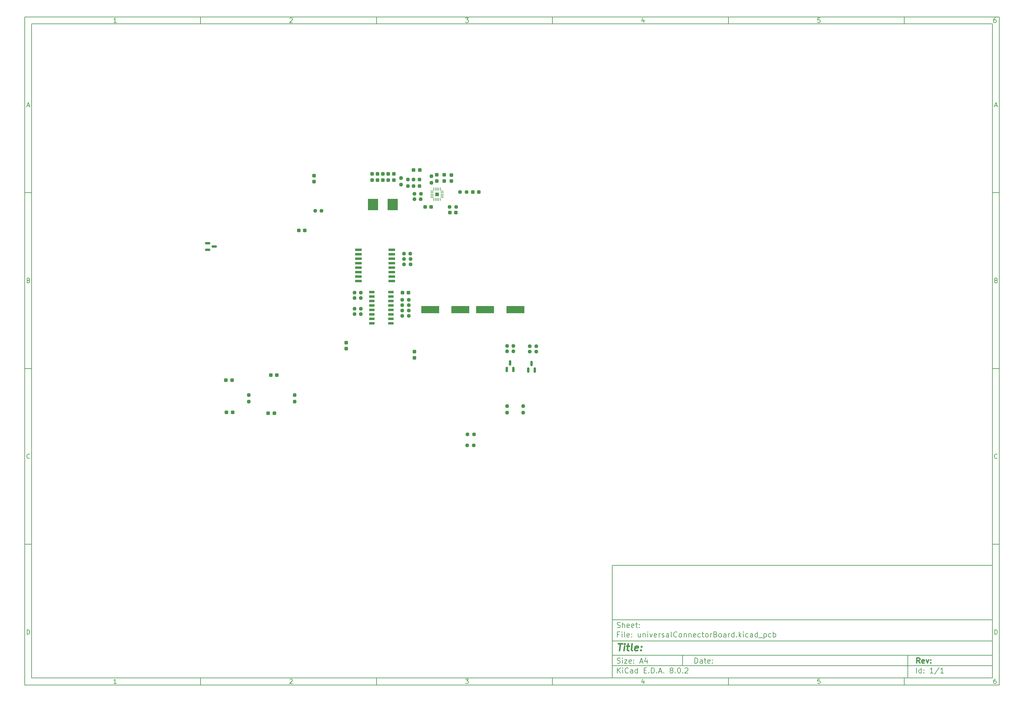
<source format=gtp>
G04 #@! TF.GenerationSoftware,KiCad,Pcbnew,8.0.2*
G04 #@! TF.CreationDate,2024-05-29T13:55:41+02:00*
G04 #@! TF.ProjectId,universalConnectorBoard,756e6976-6572-4736-916c-436f6e6e6563,rev?*
G04 #@! TF.SameCoordinates,Original*
G04 #@! TF.FileFunction,Paste,Top*
G04 #@! TF.FilePolarity,Positive*
%FSLAX46Y46*%
G04 Gerber Fmt 4.6, Leading zero omitted, Abs format (unit mm)*
G04 Created by KiCad (PCBNEW 8.0.2) date 2024-05-29 13:55:41*
%MOMM*%
%LPD*%
G01*
G04 APERTURE LIST*
G04 Aperture macros list*
%AMRoundRect*
0 Rectangle with rounded corners*
0 $1 Rounding radius*
0 $2 $3 $4 $5 $6 $7 $8 $9 X,Y pos of 4 corners*
0 Add a 4 corners polygon primitive as box body*
4,1,4,$2,$3,$4,$5,$6,$7,$8,$9,$2,$3,0*
0 Add four circle primitives for the rounded corners*
1,1,$1+$1,$2,$3*
1,1,$1+$1,$4,$5*
1,1,$1+$1,$6,$7*
1,1,$1+$1,$8,$9*
0 Add four rect primitives between the rounded corners*
20,1,$1+$1,$2,$3,$4,$5,0*
20,1,$1+$1,$4,$5,$6,$7,0*
20,1,$1+$1,$6,$7,$8,$9,0*
20,1,$1+$1,$8,$9,$2,$3,0*%
%AMOutline5P*
0 Free polygon, 5 corners , with rotation*
0 The origin of the aperture is its center*
0 number of corners: always 5*
0 $1 to $10 corner X, Y*
0 $11 Rotation angle, in degrees counterclockwise*
0 create outline with 5 corners*
4,1,5,$1,$2,$3,$4,$5,$6,$7,$8,$9,$10,$1,$2,$11*%
%AMOutline6P*
0 Free polygon, 6 corners , with rotation*
0 The origin of the aperture is its center*
0 number of corners: always 6*
0 $1 to $12 corner X, Y*
0 $13 Rotation angle, in degrees counterclockwise*
0 create outline with 6 corners*
4,1,6,$1,$2,$3,$4,$5,$6,$7,$8,$9,$10,$11,$12,$1,$2,$13*%
%AMOutline7P*
0 Free polygon, 7 corners , with rotation*
0 The origin of the aperture is its center*
0 number of corners: always 7*
0 $1 to $14 corner X, Y*
0 $15 Rotation angle, in degrees counterclockwise*
0 create outline with 7 corners*
4,1,7,$1,$2,$3,$4,$5,$6,$7,$8,$9,$10,$11,$12,$13,$14,$1,$2,$15*%
%AMOutline8P*
0 Free polygon, 8 corners , with rotation*
0 The origin of the aperture is its center*
0 number of corners: always 8*
0 $1 to $16 corner X, Y*
0 $17 Rotation angle, in degrees counterclockwise*
0 create outline with 8 corners*
4,1,8,$1,$2,$3,$4,$5,$6,$7,$8,$9,$10,$11,$12,$13,$14,$15,$16,$1,$2,$17*%
G04 Aperture macros list end*
%ADD10C,0.100000*%
%ADD11C,0.150000*%
%ADD12C,0.300000*%
%ADD13C,0.400000*%
%ADD14RoundRect,0.237500X-0.237500X0.300000X-0.237500X-0.300000X0.237500X-0.300000X0.237500X0.300000X0*%
%ADD15RoundRect,0.237500X0.237500X-0.300000X0.237500X0.300000X-0.237500X0.300000X-0.237500X-0.300000X0*%
%ADD16RoundRect,0.237500X0.237500X-0.250000X0.237500X0.250000X-0.237500X0.250000X-0.237500X-0.250000X0*%
%ADD17RoundRect,0.237500X-0.250000X-0.237500X0.250000X-0.237500X0.250000X0.237500X-0.250000X0.237500X0*%
%ADD18R,5.100000X2.150000*%
%ADD19R,2.900000X3.200000*%
%ADD20RoundRect,0.237500X0.300000X0.237500X-0.300000X0.237500X-0.300000X-0.237500X0.300000X-0.237500X0*%
%ADD21RoundRect,0.237500X0.250000X0.237500X-0.250000X0.237500X-0.250000X-0.237500X0.250000X-0.237500X0*%
%ADD22RoundRect,0.237500X-0.300000X-0.237500X0.300000X-0.237500X0.300000X0.237500X-0.300000X0.237500X0*%
%ADD23R,1.525000X0.650000*%
%ADD24RoundRect,0.237500X-0.287500X-0.237500X0.287500X-0.237500X0.287500X0.237500X-0.287500X0.237500X0*%
%ADD25RoundRect,0.237500X-0.237500X0.250000X-0.237500X-0.250000X0.237500X-0.250000X0.237500X0.250000X0*%
%ADD26RoundRect,0.150000X0.150000X-0.587500X0.150000X0.587500X-0.150000X0.587500X-0.150000X-0.587500X0*%
%ADD27RoundRect,0.150000X-0.587500X-0.150000X0.587500X-0.150000X0.587500X0.150000X-0.587500X0.150000X0*%
%ADD28R,1.950000X0.650000*%
%ADD29Outline5P,-0.125000X0.425000X0.125000X0.425000X0.125000X-0.312500X0.012500X-0.425000X-0.125000X-0.425000X270.000000*%
%ADD30R,0.850000X0.250000*%
%ADD31Outline5P,-0.125000X0.425000X0.125000X0.425000X0.125000X-0.425000X-0.012500X-0.425000X-0.125000X-0.312500X270.000000*%
%ADD32Outline5P,-0.125000X0.312500X-0.012500X0.425000X0.125000X0.425000X0.125000X-0.425000X-0.125000X-0.425000X180.000000*%
%ADD33R,0.250000X0.850000*%
%ADD34Outline5P,-0.125000X0.425000X0.012500X0.425000X0.125000X0.312500X0.125000X-0.425000X-0.125000X-0.425000X180.000000*%
%ADD35Outline5P,-0.125000X0.312500X-0.012500X0.425000X0.125000X0.425000X0.125000X-0.425000X-0.125000X-0.425000X270.000000*%
%ADD36Outline5P,-0.125000X0.425000X0.012500X0.425000X0.125000X0.312500X0.125000X-0.425000X-0.125000X-0.425000X270.000000*%
%ADD37Outline5P,-0.125000X0.425000X0.125000X0.425000X0.125000X-0.312500X0.012500X-0.425000X-0.125000X-0.425000X180.000000*%
%ADD38Outline5P,-0.100000X0.300000X0.100000X0.300000X0.100000X-0.300000X-0.010000X-0.300000X-0.100000X-0.210000X180.000000*%
%ADD39R,1.026000X1.075000*%
G04 APERTURE END LIST*
D10*
D11*
X177002200Y-166007200D02*
X285002200Y-166007200D01*
X285002200Y-198007200D01*
X177002200Y-198007200D01*
X177002200Y-166007200D01*
D10*
D11*
X10000000Y-10000000D02*
X287002200Y-10000000D01*
X287002200Y-200007200D01*
X10000000Y-200007200D01*
X10000000Y-10000000D01*
D10*
D11*
X12000000Y-12000000D02*
X285002200Y-12000000D01*
X285002200Y-198007200D01*
X12000000Y-198007200D01*
X12000000Y-12000000D01*
D10*
D11*
X60000000Y-12000000D02*
X60000000Y-10000000D01*
D10*
D11*
X110000000Y-12000000D02*
X110000000Y-10000000D01*
D10*
D11*
X160000000Y-12000000D02*
X160000000Y-10000000D01*
D10*
D11*
X210000000Y-12000000D02*
X210000000Y-10000000D01*
D10*
D11*
X260000000Y-12000000D02*
X260000000Y-10000000D01*
D10*
D11*
X36089160Y-11593604D02*
X35346303Y-11593604D01*
X35717731Y-11593604D02*
X35717731Y-10293604D01*
X35717731Y-10293604D02*
X35593922Y-10479319D01*
X35593922Y-10479319D02*
X35470112Y-10603128D01*
X35470112Y-10603128D02*
X35346303Y-10665033D01*
D10*
D11*
X85346303Y-10417414D02*
X85408207Y-10355509D01*
X85408207Y-10355509D02*
X85532017Y-10293604D01*
X85532017Y-10293604D02*
X85841541Y-10293604D01*
X85841541Y-10293604D02*
X85965350Y-10355509D01*
X85965350Y-10355509D02*
X86027255Y-10417414D01*
X86027255Y-10417414D02*
X86089160Y-10541223D01*
X86089160Y-10541223D02*
X86089160Y-10665033D01*
X86089160Y-10665033D02*
X86027255Y-10850747D01*
X86027255Y-10850747D02*
X85284398Y-11593604D01*
X85284398Y-11593604D02*
X86089160Y-11593604D01*
D10*
D11*
X135284398Y-10293604D02*
X136089160Y-10293604D01*
X136089160Y-10293604D02*
X135655826Y-10788842D01*
X135655826Y-10788842D02*
X135841541Y-10788842D01*
X135841541Y-10788842D02*
X135965350Y-10850747D01*
X135965350Y-10850747D02*
X136027255Y-10912652D01*
X136027255Y-10912652D02*
X136089160Y-11036461D01*
X136089160Y-11036461D02*
X136089160Y-11345985D01*
X136089160Y-11345985D02*
X136027255Y-11469795D01*
X136027255Y-11469795D02*
X135965350Y-11531700D01*
X135965350Y-11531700D02*
X135841541Y-11593604D01*
X135841541Y-11593604D02*
X135470112Y-11593604D01*
X135470112Y-11593604D02*
X135346303Y-11531700D01*
X135346303Y-11531700D02*
X135284398Y-11469795D01*
D10*
D11*
X185965350Y-10726938D02*
X185965350Y-11593604D01*
X185655826Y-10231700D02*
X185346303Y-11160271D01*
X185346303Y-11160271D02*
X186151064Y-11160271D01*
D10*
D11*
X236027255Y-10293604D02*
X235408207Y-10293604D01*
X235408207Y-10293604D02*
X235346303Y-10912652D01*
X235346303Y-10912652D02*
X235408207Y-10850747D01*
X235408207Y-10850747D02*
X235532017Y-10788842D01*
X235532017Y-10788842D02*
X235841541Y-10788842D01*
X235841541Y-10788842D02*
X235965350Y-10850747D01*
X235965350Y-10850747D02*
X236027255Y-10912652D01*
X236027255Y-10912652D02*
X236089160Y-11036461D01*
X236089160Y-11036461D02*
X236089160Y-11345985D01*
X236089160Y-11345985D02*
X236027255Y-11469795D01*
X236027255Y-11469795D02*
X235965350Y-11531700D01*
X235965350Y-11531700D02*
X235841541Y-11593604D01*
X235841541Y-11593604D02*
X235532017Y-11593604D01*
X235532017Y-11593604D02*
X235408207Y-11531700D01*
X235408207Y-11531700D02*
X235346303Y-11469795D01*
D10*
D11*
X285965350Y-10293604D02*
X285717731Y-10293604D01*
X285717731Y-10293604D02*
X285593922Y-10355509D01*
X285593922Y-10355509D02*
X285532017Y-10417414D01*
X285532017Y-10417414D02*
X285408207Y-10603128D01*
X285408207Y-10603128D02*
X285346303Y-10850747D01*
X285346303Y-10850747D02*
X285346303Y-11345985D01*
X285346303Y-11345985D02*
X285408207Y-11469795D01*
X285408207Y-11469795D02*
X285470112Y-11531700D01*
X285470112Y-11531700D02*
X285593922Y-11593604D01*
X285593922Y-11593604D02*
X285841541Y-11593604D01*
X285841541Y-11593604D02*
X285965350Y-11531700D01*
X285965350Y-11531700D02*
X286027255Y-11469795D01*
X286027255Y-11469795D02*
X286089160Y-11345985D01*
X286089160Y-11345985D02*
X286089160Y-11036461D01*
X286089160Y-11036461D02*
X286027255Y-10912652D01*
X286027255Y-10912652D02*
X285965350Y-10850747D01*
X285965350Y-10850747D02*
X285841541Y-10788842D01*
X285841541Y-10788842D02*
X285593922Y-10788842D01*
X285593922Y-10788842D02*
X285470112Y-10850747D01*
X285470112Y-10850747D02*
X285408207Y-10912652D01*
X285408207Y-10912652D02*
X285346303Y-11036461D01*
D10*
D11*
X60000000Y-198007200D02*
X60000000Y-200007200D01*
D10*
D11*
X110000000Y-198007200D02*
X110000000Y-200007200D01*
D10*
D11*
X160000000Y-198007200D02*
X160000000Y-200007200D01*
D10*
D11*
X210000000Y-198007200D02*
X210000000Y-200007200D01*
D10*
D11*
X260000000Y-198007200D02*
X260000000Y-200007200D01*
D10*
D11*
X36089160Y-199600804D02*
X35346303Y-199600804D01*
X35717731Y-199600804D02*
X35717731Y-198300804D01*
X35717731Y-198300804D02*
X35593922Y-198486519D01*
X35593922Y-198486519D02*
X35470112Y-198610328D01*
X35470112Y-198610328D02*
X35346303Y-198672233D01*
D10*
D11*
X85346303Y-198424614D02*
X85408207Y-198362709D01*
X85408207Y-198362709D02*
X85532017Y-198300804D01*
X85532017Y-198300804D02*
X85841541Y-198300804D01*
X85841541Y-198300804D02*
X85965350Y-198362709D01*
X85965350Y-198362709D02*
X86027255Y-198424614D01*
X86027255Y-198424614D02*
X86089160Y-198548423D01*
X86089160Y-198548423D02*
X86089160Y-198672233D01*
X86089160Y-198672233D02*
X86027255Y-198857947D01*
X86027255Y-198857947D02*
X85284398Y-199600804D01*
X85284398Y-199600804D02*
X86089160Y-199600804D01*
D10*
D11*
X135284398Y-198300804D02*
X136089160Y-198300804D01*
X136089160Y-198300804D02*
X135655826Y-198796042D01*
X135655826Y-198796042D02*
X135841541Y-198796042D01*
X135841541Y-198796042D02*
X135965350Y-198857947D01*
X135965350Y-198857947D02*
X136027255Y-198919852D01*
X136027255Y-198919852D02*
X136089160Y-199043661D01*
X136089160Y-199043661D02*
X136089160Y-199353185D01*
X136089160Y-199353185D02*
X136027255Y-199476995D01*
X136027255Y-199476995D02*
X135965350Y-199538900D01*
X135965350Y-199538900D02*
X135841541Y-199600804D01*
X135841541Y-199600804D02*
X135470112Y-199600804D01*
X135470112Y-199600804D02*
X135346303Y-199538900D01*
X135346303Y-199538900D02*
X135284398Y-199476995D01*
D10*
D11*
X185965350Y-198734138D02*
X185965350Y-199600804D01*
X185655826Y-198238900D02*
X185346303Y-199167471D01*
X185346303Y-199167471D02*
X186151064Y-199167471D01*
D10*
D11*
X236027255Y-198300804D02*
X235408207Y-198300804D01*
X235408207Y-198300804D02*
X235346303Y-198919852D01*
X235346303Y-198919852D02*
X235408207Y-198857947D01*
X235408207Y-198857947D02*
X235532017Y-198796042D01*
X235532017Y-198796042D02*
X235841541Y-198796042D01*
X235841541Y-198796042D02*
X235965350Y-198857947D01*
X235965350Y-198857947D02*
X236027255Y-198919852D01*
X236027255Y-198919852D02*
X236089160Y-199043661D01*
X236089160Y-199043661D02*
X236089160Y-199353185D01*
X236089160Y-199353185D02*
X236027255Y-199476995D01*
X236027255Y-199476995D02*
X235965350Y-199538900D01*
X235965350Y-199538900D02*
X235841541Y-199600804D01*
X235841541Y-199600804D02*
X235532017Y-199600804D01*
X235532017Y-199600804D02*
X235408207Y-199538900D01*
X235408207Y-199538900D02*
X235346303Y-199476995D01*
D10*
D11*
X285965350Y-198300804D02*
X285717731Y-198300804D01*
X285717731Y-198300804D02*
X285593922Y-198362709D01*
X285593922Y-198362709D02*
X285532017Y-198424614D01*
X285532017Y-198424614D02*
X285408207Y-198610328D01*
X285408207Y-198610328D02*
X285346303Y-198857947D01*
X285346303Y-198857947D02*
X285346303Y-199353185D01*
X285346303Y-199353185D02*
X285408207Y-199476995D01*
X285408207Y-199476995D02*
X285470112Y-199538900D01*
X285470112Y-199538900D02*
X285593922Y-199600804D01*
X285593922Y-199600804D02*
X285841541Y-199600804D01*
X285841541Y-199600804D02*
X285965350Y-199538900D01*
X285965350Y-199538900D02*
X286027255Y-199476995D01*
X286027255Y-199476995D02*
X286089160Y-199353185D01*
X286089160Y-199353185D02*
X286089160Y-199043661D01*
X286089160Y-199043661D02*
X286027255Y-198919852D01*
X286027255Y-198919852D02*
X285965350Y-198857947D01*
X285965350Y-198857947D02*
X285841541Y-198796042D01*
X285841541Y-198796042D02*
X285593922Y-198796042D01*
X285593922Y-198796042D02*
X285470112Y-198857947D01*
X285470112Y-198857947D02*
X285408207Y-198919852D01*
X285408207Y-198919852D02*
X285346303Y-199043661D01*
D10*
D11*
X10000000Y-60000000D02*
X12000000Y-60000000D01*
D10*
D11*
X10000000Y-110000000D02*
X12000000Y-110000000D01*
D10*
D11*
X10000000Y-160000000D02*
X12000000Y-160000000D01*
D10*
D11*
X10690476Y-35222176D02*
X11309523Y-35222176D01*
X10566666Y-35593604D02*
X10999999Y-34293604D01*
X10999999Y-34293604D02*
X11433333Y-35593604D01*
D10*
D11*
X11092857Y-84912652D02*
X11278571Y-84974557D01*
X11278571Y-84974557D02*
X11340476Y-85036461D01*
X11340476Y-85036461D02*
X11402380Y-85160271D01*
X11402380Y-85160271D02*
X11402380Y-85345985D01*
X11402380Y-85345985D02*
X11340476Y-85469795D01*
X11340476Y-85469795D02*
X11278571Y-85531700D01*
X11278571Y-85531700D02*
X11154761Y-85593604D01*
X11154761Y-85593604D02*
X10659523Y-85593604D01*
X10659523Y-85593604D02*
X10659523Y-84293604D01*
X10659523Y-84293604D02*
X11092857Y-84293604D01*
X11092857Y-84293604D02*
X11216666Y-84355509D01*
X11216666Y-84355509D02*
X11278571Y-84417414D01*
X11278571Y-84417414D02*
X11340476Y-84541223D01*
X11340476Y-84541223D02*
X11340476Y-84665033D01*
X11340476Y-84665033D02*
X11278571Y-84788842D01*
X11278571Y-84788842D02*
X11216666Y-84850747D01*
X11216666Y-84850747D02*
X11092857Y-84912652D01*
X11092857Y-84912652D02*
X10659523Y-84912652D01*
D10*
D11*
X11402380Y-135469795D02*
X11340476Y-135531700D01*
X11340476Y-135531700D02*
X11154761Y-135593604D01*
X11154761Y-135593604D02*
X11030952Y-135593604D01*
X11030952Y-135593604D02*
X10845238Y-135531700D01*
X10845238Y-135531700D02*
X10721428Y-135407890D01*
X10721428Y-135407890D02*
X10659523Y-135284080D01*
X10659523Y-135284080D02*
X10597619Y-135036461D01*
X10597619Y-135036461D02*
X10597619Y-134850747D01*
X10597619Y-134850747D02*
X10659523Y-134603128D01*
X10659523Y-134603128D02*
X10721428Y-134479319D01*
X10721428Y-134479319D02*
X10845238Y-134355509D01*
X10845238Y-134355509D02*
X11030952Y-134293604D01*
X11030952Y-134293604D02*
X11154761Y-134293604D01*
X11154761Y-134293604D02*
X11340476Y-134355509D01*
X11340476Y-134355509D02*
X11402380Y-134417414D01*
D10*
D11*
X10659523Y-185593604D02*
X10659523Y-184293604D01*
X10659523Y-184293604D02*
X10969047Y-184293604D01*
X10969047Y-184293604D02*
X11154761Y-184355509D01*
X11154761Y-184355509D02*
X11278571Y-184479319D01*
X11278571Y-184479319D02*
X11340476Y-184603128D01*
X11340476Y-184603128D02*
X11402380Y-184850747D01*
X11402380Y-184850747D02*
X11402380Y-185036461D01*
X11402380Y-185036461D02*
X11340476Y-185284080D01*
X11340476Y-185284080D02*
X11278571Y-185407890D01*
X11278571Y-185407890D02*
X11154761Y-185531700D01*
X11154761Y-185531700D02*
X10969047Y-185593604D01*
X10969047Y-185593604D02*
X10659523Y-185593604D01*
D10*
D11*
X287002200Y-60000000D02*
X285002200Y-60000000D01*
D10*
D11*
X287002200Y-110000000D02*
X285002200Y-110000000D01*
D10*
D11*
X287002200Y-160000000D02*
X285002200Y-160000000D01*
D10*
D11*
X285692676Y-35222176D02*
X286311723Y-35222176D01*
X285568866Y-35593604D02*
X286002199Y-34293604D01*
X286002199Y-34293604D02*
X286435533Y-35593604D01*
D10*
D11*
X286095057Y-84912652D02*
X286280771Y-84974557D01*
X286280771Y-84974557D02*
X286342676Y-85036461D01*
X286342676Y-85036461D02*
X286404580Y-85160271D01*
X286404580Y-85160271D02*
X286404580Y-85345985D01*
X286404580Y-85345985D02*
X286342676Y-85469795D01*
X286342676Y-85469795D02*
X286280771Y-85531700D01*
X286280771Y-85531700D02*
X286156961Y-85593604D01*
X286156961Y-85593604D02*
X285661723Y-85593604D01*
X285661723Y-85593604D02*
X285661723Y-84293604D01*
X285661723Y-84293604D02*
X286095057Y-84293604D01*
X286095057Y-84293604D02*
X286218866Y-84355509D01*
X286218866Y-84355509D02*
X286280771Y-84417414D01*
X286280771Y-84417414D02*
X286342676Y-84541223D01*
X286342676Y-84541223D02*
X286342676Y-84665033D01*
X286342676Y-84665033D02*
X286280771Y-84788842D01*
X286280771Y-84788842D02*
X286218866Y-84850747D01*
X286218866Y-84850747D02*
X286095057Y-84912652D01*
X286095057Y-84912652D02*
X285661723Y-84912652D01*
D10*
D11*
X286404580Y-135469795D02*
X286342676Y-135531700D01*
X286342676Y-135531700D02*
X286156961Y-135593604D01*
X286156961Y-135593604D02*
X286033152Y-135593604D01*
X286033152Y-135593604D02*
X285847438Y-135531700D01*
X285847438Y-135531700D02*
X285723628Y-135407890D01*
X285723628Y-135407890D02*
X285661723Y-135284080D01*
X285661723Y-135284080D02*
X285599819Y-135036461D01*
X285599819Y-135036461D02*
X285599819Y-134850747D01*
X285599819Y-134850747D02*
X285661723Y-134603128D01*
X285661723Y-134603128D02*
X285723628Y-134479319D01*
X285723628Y-134479319D02*
X285847438Y-134355509D01*
X285847438Y-134355509D02*
X286033152Y-134293604D01*
X286033152Y-134293604D02*
X286156961Y-134293604D01*
X286156961Y-134293604D02*
X286342676Y-134355509D01*
X286342676Y-134355509D02*
X286404580Y-134417414D01*
D10*
D11*
X285661723Y-185593604D02*
X285661723Y-184293604D01*
X285661723Y-184293604D02*
X285971247Y-184293604D01*
X285971247Y-184293604D02*
X286156961Y-184355509D01*
X286156961Y-184355509D02*
X286280771Y-184479319D01*
X286280771Y-184479319D02*
X286342676Y-184603128D01*
X286342676Y-184603128D02*
X286404580Y-184850747D01*
X286404580Y-184850747D02*
X286404580Y-185036461D01*
X286404580Y-185036461D02*
X286342676Y-185284080D01*
X286342676Y-185284080D02*
X286280771Y-185407890D01*
X286280771Y-185407890D02*
X286156961Y-185531700D01*
X286156961Y-185531700D02*
X285971247Y-185593604D01*
X285971247Y-185593604D02*
X285661723Y-185593604D01*
D10*
D11*
X200458026Y-193793328D02*
X200458026Y-192293328D01*
X200458026Y-192293328D02*
X200815169Y-192293328D01*
X200815169Y-192293328D02*
X201029455Y-192364757D01*
X201029455Y-192364757D02*
X201172312Y-192507614D01*
X201172312Y-192507614D02*
X201243741Y-192650471D01*
X201243741Y-192650471D02*
X201315169Y-192936185D01*
X201315169Y-192936185D02*
X201315169Y-193150471D01*
X201315169Y-193150471D02*
X201243741Y-193436185D01*
X201243741Y-193436185D02*
X201172312Y-193579042D01*
X201172312Y-193579042D02*
X201029455Y-193721900D01*
X201029455Y-193721900D02*
X200815169Y-193793328D01*
X200815169Y-193793328D02*
X200458026Y-193793328D01*
X202600884Y-193793328D02*
X202600884Y-193007614D01*
X202600884Y-193007614D02*
X202529455Y-192864757D01*
X202529455Y-192864757D02*
X202386598Y-192793328D01*
X202386598Y-192793328D02*
X202100884Y-192793328D01*
X202100884Y-192793328D02*
X201958026Y-192864757D01*
X202600884Y-193721900D02*
X202458026Y-193793328D01*
X202458026Y-193793328D02*
X202100884Y-193793328D01*
X202100884Y-193793328D02*
X201958026Y-193721900D01*
X201958026Y-193721900D02*
X201886598Y-193579042D01*
X201886598Y-193579042D02*
X201886598Y-193436185D01*
X201886598Y-193436185D02*
X201958026Y-193293328D01*
X201958026Y-193293328D02*
X202100884Y-193221900D01*
X202100884Y-193221900D02*
X202458026Y-193221900D01*
X202458026Y-193221900D02*
X202600884Y-193150471D01*
X203100884Y-192793328D02*
X203672312Y-192793328D01*
X203315169Y-192293328D02*
X203315169Y-193579042D01*
X203315169Y-193579042D02*
X203386598Y-193721900D01*
X203386598Y-193721900D02*
X203529455Y-193793328D01*
X203529455Y-193793328D02*
X203672312Y-193793328D01*
X204743741Y-193721900D02*
X204600884Y-193793328D01*
X204600884Y-193793328D02*
X204315170Y-193793328D01*
X204315170Y-193793328D02*
X204172312Y-193721900D01*
X204172312Y-193721900D02*
X204100884Y-193579042D01*
X204100884Y-193579042D02*
X204100884Y-193007614D01*
X204100884Y-193007614D02*
X204172312Y-192864757D01*
X204172312Y-192864757D02*
X204315170Y-192793328D01*
X204315170Y-192793328D02*
X204600884Y-192793328D01*
X204600884Y-192793328D02*
X204743741Y-192864757D01*
X204743741Y-192864757D02*
X204815170Y-193007614D01*
X204815170Y-193007614D02*
X204815170Y-193150471D01*
X204815170Y-193150471D02*
X204100884Y-193293328D01*
X205458026Y-193650471D02*
X205529455Y-193721900D01*
X205529455Y-193721900D02*
X205458026Y-193793328D01*
X205458026Y-193793328D02*
X205386598Y-193721900D01*
X205386598Y-193721900D02*
X205458026Y-193650471D01*
X205458026Y-193650471D02*
X205458026Y-193793328D01*
X205458026Y-192864757D02*
X205529455Y-192936185D01*
X205529455Y-192936185D02*
X205458026Y-193007614D01*
X205458026Y-193007614D02*
X205386598Y-192936185D01*
X205386598Y-192936185D02*
X205458026Y-192864757D01*
X205458026Y-192864757D02*
X205458026Y-193007614D01*
D10*
D11*
X177002200Y-194507200D02*
X285002200Y-194507200D01*
D10*
D11*
X178458026Y-196593328D02*
X178458026Y-195093328D01*
X179315169Y-196593328D02*
X178672312Y-195736185D01*
X179315169Y-195093328D02*
X178458026Y-195950471D01*
X179958026Y-196593328D02*
X179958026Y-195593328D01*
X179958026Y-195093328D02*
X179886598Y-195164757D01*
X179886598Y-195164757D02*
X179958026Y-195236185D01*
X179958026Y-195236185D02*
X180029455Y-195164757D01*
X180029455Y-195164757D02*
X179958026Y-195093328D01*
X179958026Y-195093328D02*
X179958026Y-195236185D01*
X181529455Y-196450471D02*
X181458027Y-196521900D01*
X181458027Y-196521900D02*
X181243741Y-196593328D01*
X181243741Y-196593328D02*
X181100884Y-196593328D01*
X181100884Y-196593328D02*
X180886598Y-196521900D01*
X180886598Y-196521900D02*
X180743741Y-196379042D01*
X180743741Y-196379042D02*
X180672312Y-196236185D01*
X180672312Y-196236185D02*
X180600884Y-195950471D01*
X180600884Y-195950471D02*
X180600884Y-195736185D01*
X180600884Y-195736185D02*
X180672312Y-195450471D01*
X180672312Y-195450471D02*
X180743741Y-195307614D01*
X180743741Y-195307614D02*
X180886598Y-195164757D01*
X180886598Y-195164757D02*
X181100884Y-195093328D01*
X181100884Y-195093328D02*
X181243741Y-195093328D01*
X181243741Y-195093328D02*
X181458027Y-195164757D01*
X181458027Y-195164757D02*
X181529455Y-195236185D01*
X182815170Y-196593328D02*
X182815170Y-195807614D01*
X182815170Y-195807614D02*
X182743741Y-195664757D01*
X182743741Y-195664757D02*
X182600884Y-195593328D01*
X182600884Y-195593328D02*
X182315170Y-195593328D01*
X182315170Y-195593328D02*
X182172312Y-195664757D01*
X182815170Y-196521900D02*
X182672312Y-196593328D01*
X182672312Y-196593328D02*
X182315170Y-196593328D01*
X182315170Y-196593328D02*
X182172312Y-196521900D01*
X182172312Y-196521900D02*
X182100884Y-196379042D01*
X182100884Y-196379042D02*
X182100884Y-196236185D01*
X182100884Y-196236185D02*
X182172312Y-196093328D01*
X182172312Y-196093328D02*
X182315170Y-196021900D01*
X182315170Y-196021900D02*
X182672312Y-196021900D01*
X182672312Y-196021900D02*
X182815170Y-195950471D01*
X184172313Y-196593328D02*
X184172313Y-195093328D01*
X184172313Y-196521900D02*
X184029455Y-196593328D01*
X184029455Y-196593328D02*
X183743741Y-196593328D01*
X183743741Y-196593328D02*
X183600884Y-196521900D01*
X183600884Y-196521900D02*
X183529455Y-196450471D01*
X183529455Y-196450471D02*
X183458027Y-196307614D01*
X183458027Y-196307614D02*
X183458027Y-195879042D01*
X183458027Y-195879042D02*
X183529455Y-195736185D01*
X183529455Y-195736185D02*
X183600884Y-195664757D01*
X183600884Y-195664757D02*
X183743741Y-195593328D01*
X183743741Y-195593328D02*
X184029455Y-195593328D01*
X184029455Y-195593328D02*
X184172313Y-195664757D01*
X186029455Y-195807614D02*
X186529455Y-195807614D01*
X186743741Y-196593328D02*
X186029455Y-196593328D01*
X186029455Y-196593328D02*
X186029455Y-195093328D01*
X186029455Y-195093328D02*
X186743741Y-195093328D01*
X187386598Y-196450471D02*
X187458027Y-196521900D01*
X187458027Y-196521900D02*
X187386598Y-196593328D01*
X187386598Y-196593328D02*
X187315170Y-196521900D01*
X187315170Y-196521900D02*
X187386598Y-196450471D01*
X187386598Y-196450471D02*
X187386598Y-196593328D01*
X188100884Y-196593328D02*
X188100884Y-195093328D01*
X188100884Y-195093328D02*
X188458027Y-195093328D01*
X188458027Y-195093328D02*
X188672313Y-195164757D01*
X188672313Y-195164757D02*
X188815170Y-195307614D01*
X188815170Y-195307614D02*
X188886599Y-195450471D01*
X188886599Y-195450471D02*
X188958027Y-195736185D01*
X188958027Y-195736185D02*
X188958027Y-195950471D01*
X188958027Y-195950471D02*
X188886599Y-196236185D01*
X188886599Y-196236185D02*
X188815170Y-196379042D01*
X188815170Y-196379042D02*
X188672313Y-196521900D01*
X188672313Y-196521900D02*
X188458027Y-196593328D01*
X188458027Y-196593328D02*
X188100884Y-196593328D01*
X189600884Y-196450471D02*
X189672313Y-196521900D01*
X189672313Y-196521900D02*
X189600884Y-196593328D01*
X189600884Y-196593328D02*
X189529456Y-196521900D01*
X189529456Y-196521900D02*
X189600884Y-196450471D01*
X189600884Y-196450471D02*
X189600884Y-196593328D01*
X190243742Y-196164757D02*
X190958028Y-196164757D01*
X190100885Y-196593328D02*
X190600885Y-195093328D01*
X190600885Y-195093328D02*
X191100885Y-196593328D01*
X191600884Y-196450471D02*
X191672313Y-196521900D01*
X191672313Y-196521900D02*
X191600884Y-196593328D01*
X191600884Y-196593328D02*
X191529456Y-196521900D01*
X191529456Y-196521900D02*
X191600884Y-196450471D01*
X191600884Y-196450471D02*
X191600884Y-196593328D01*
X193672313Y-195736185D02*
X193529456Y-195664757D01*
X193529456Y-195664757D02*
X193458027Y-195593328D01*
X193458027Y-195593328D02*
X193386599Y-195450471D01*
X193386599Y-195450471D02*
X193386599Y-195379042D01*
X193386599Y-195379042D02*
X193458027Y-195236185D01*
X193458027Y-195236185D02*
X193529456Y-195164757D01*
X193529456Y-195164757D02*
X193672313Y-195093328D01*
X193672313Y-195093328D02*
X193958027Y-195093328D01*
X193958027Y-195093328D02*
X194100885Y-195164757D01*
X194100885Y-195164757D02*
X194172313Y-195236185D01*
X194172313Y-195236185D02*
X194243742Y-195379042D01*
X194243742Y-195379042D02*
X194243742Y-195450471D01*
X194243742Y-195450471D02*
X194172313Y-195593328D01*
X194172313Y-195593328D02*
X194100885Y-195664757D01*
X194100885Y-195664757D02*
X193958027Y-195736185D01*
X193958027Y-195736185D02*
X193672313Y-195736185D01*
X193672313Y-195736185D02*
X193529456Y-195807614D01*
X193529456Y-195807614D02*
X193458027Y-195879042D01*
X193458027Y-195879042D02*
X193386599Y-196021900D01*
X193386599Y-196021900D02*
X193386599Y-196307614D01*
X193386599Y-196307614D02*
X193458027Y-196450471D01*
X193458027Y-196450471D02*
X193529456Y-196521900D01*
X193529456Y-196521900D02*
X193672313Y-196593328D01*
X193672313Y-196593328D02*
X193958027Y-196593328D01*
X193958027Y-196593328D02*
X194100885Y-196521900D01*
X194100885Y-196521900D02*
X194172313Y-196450471D01*
X194172313Y-196450471D02*
X194243742Y-196307614D01*
X194243742Y-196307614D02*
X194243742Y-196021900D01*
X194243742Y-196021900D02*
X194172313Y-195879042D01*
X194172313Y-195879042D02*
X194100885Y-195807614D01*
X194100885Y-195807614D02*
X193958027Y-195736185D01*
X194886598Y-196450471D02*
X194958027Y-196521900D01*
X194958027Y-196521900D02*
X194886598Y-196593328D01*
X194886598Y-196593328D02*
X194815170Y-196521900D01*
X194815170Y-196521900D02*
X194886598Y-196450471D01*
X194886598Y-196450471D02*
X194886598Y-196593328D01*
X195886599Y-195093328D02*
X196029456Y-195093328D01*
X196029456Y-195093328D02*
X196172313Y-195164757D01*
X196172313Y-195164757D02*
X196243742Y-195236185D01*
X196243742Y-195236185D02*
X196315170Y-195379042D01*
X196315170Y-195379042D02*
X196386599Y-195664757D01*
X196386599Y-195664757D02*
X196386599Y-196021900D01*
X196386599Y-196021900D02*
X196315170Y-196307614D01*
X196315170Y-196307614D02*
X196243742Y-196450471D01*
X196243742Y-196450471D02*
X196172313Y-196521900D01*
X196172313Y-196521900D02*
X196029456Y-196593328D01*
X196029456Y-196593328D02*
X195886599Y-196593328D01*
X195886599Y-196593328D02*
X195743742Y-196521900D01*
X195743742Y-196521900D02*
X195672313Y-196450471D01*
X195672313Y-196450471D02*
X195600884Y-196307614D01*
X195600884Y-196307614D02*
X195529456Y-196021900D01*
X195529456Y-196021900D02*
X195529456Y-195664757D01*
X195529456Y-195664757D02*
X195600884Y-195379042D01*
X195600884Y-195379042D02*
X195672313Y-195236185D01*
X195672313Y-195236185D02*
X195743742Y-195164757D01*
X195743742Y-195164757D02*
X195886599Y-195093328D01*
X197029455Y-196450471D02*
X197100884Y-196521900D01*
X197100884Y-196521900D02*
X197029455Y-196593328D01*
X197029455Y-196593328D02*
X196958027Y-196521900D01*
X196958027Y-196521900D02*
X197029455Y-196450471D01*
X197029455Y-196450471D02*
X197029455Y-196593328D01*
X197672313Y-195236185D02*
X197743741Y-195164757D01*
X197743741Y-195164757D02*
X197886599Y-195093328D01*
X197886599Y-195093328D02*
X198243741Y-195093328D01*
X198243741Y-195093328D02*
X198386599Y-195164757D01*
X198386599Y-195164757D02*
X198458027Y-195236185D01*
X198458027Y-195236185D02*
X198529456Y-195379042D01*
X198529456Y-195379042D02*
X198529456Y-195521900D01*
X198529456Y-195521900D02*
X198458027Y-195736185D01*
X198458027Y-195736185D02*
X197600884Y-196593328D01*
X197600884Y-196593328D02*
X198529456Y-196593328D01*
D10*
D11*
X177002200Y-191507200D02*
X285002200Y-191507200D01*
D10*
D12*
X264413853Y-193785528D02*
X263913853Y-193071242D01*
X263556710Y-193785528D02*
X263556710Y-192285528D01*
X263556710Y-192285528D02*
X264128139Y-192285528D01*
X264128139Y-192285528D02*
X264270996Y-192356957D01*
X264270996Y-192356957D02*
X264342425Y-192428385D01*
X264342425Y-192428385D02*
X264413853Y-192571242D01*
X264413853Y-192571242D02*
X264413853Y-192785528D01*
X264413853Y-192785528D02*
X264342425Y-192928385D01*
X264342425Y-192928385D02*
X264270996Y-192999814D01*
X264270996Y-192999814D02*
X264128139Y-193071242D01*
X264128139Y-193071242D02*
X263556710Y-193071242D01*
X265628139Y-193714100D02*
X265485282Y-193785528D01*
X265485282Y-193785528D02*
X265199568Y-193785528D01*
X265199568Y-193785528D02*
X265056710Y-193714100D01*
X265056710Y-193714100D02*
X264985282Y-193571242D01*
X264985282Y-193571242D02*
X264985282Y-192999814D01*
X264985282Y-192999814D02*
X265056710Y-192856957D01*
X265056710Y-192856957D02*
X265199568Y-192785528D01*
X265199568Y-192785528D02*
X265485282Y-192785528D01*
X265485282Y-192785528D02*
X265628139Y-192856957D01*
X265628139Y-192856957D02*
X265699568Y-192999814D01*
X265699568Y-192999814D02*
X265699568Y-193142671D01*
X265699568Y-193142671D02*
X264985282Y-193285528D01*
X266199567Y-192785528D02*
X266556710Y-193785528D01*
X266556710Y-193785528D02*
X266913853Y-192785528D01*
X267485281Y-193642671D02*
X267556710Y-193714100D01*
X267556710Y-193714100D02*
X267485281Y-193785528D01*
X267485281Y-193785528D02*
X267413853Y-193714100D01*
X267413853Y-193714100D02*
X267485281Y-193642671D01*
X267485281Y-193642671D02*
X267485281Y-193785528D01*
X267485281Y-192856957D02*
X267556710Y-192928385D01*
X267556710Y-192928385D02*
X267485281Y-192999814D01*
X267485281Y-192999814D02*
X267413853Y-192928385D01*
X267413853Y-192928385D02*
X267485281Y-192856957D01*
X267485281Y-192856957D02*
X267485281Y-192999814D01*
D10*
D11*
X178386598Y-193721900D02*
X178600884Y-193793328D01*
X178600884Y-193793328D02*
X178958026Y-193793328D01*
X178958026Y-193793328D02*
X179100884Y-193721900D01*
X179100884Y-193721900D02*
X179172312Y-193650471D01*
X179172312Y-193650471D02*
X179243741Y-193507614D01*
X179243741Y-193507614D02*
X179243741Y-193364757D01*
X179243741Y-193364757D02*
X179172312Y-193221900D01*
X179172312Y-193221900D02*
X179100884Y-193150471D01*
X179100884Y-193150471D02*
X178958026Y-193079042D01*
X178958026Y-193079042D02*
X178672312Y-193007614D01*
X178672312Y-193007614D02*
X178529455Y-192936185D01*
X178529455Y-192936185D02*
X178458026Y-192864757D01*
X178458026Y-192864757D02*
X178386598Y-192721900D01*
X178386598Y-192721900D02*
X178386598Y-192579042D01*
X178386598Y-192579042D02*
X178458026Y-192436185D01*
X178458026Y-192436185D02*
X178529455Y-192364757D01*
X178529455Y-192364757D02*
X178672312Y-192293328D01*
X178672312Y-192293328D02*
X179029455Y-192293328D01*
X179029455Y-192293328D02*
X179243741Y-192364757D01*
X179886597Y-193793328D02*
X179886597Y-192793328D01*
X179886597Y-192293328D02*
X179815169Y-192364757D01*
X179815169Y-192364757D02*
X179886597Y-192436185D01*
X179886597Y-192436185D02*
X179958026Y-192364757D01*
X179958026Y-192364757D02*
X179886597Y-192293328D01*
X179886597Y-192293328D02*
X179886597Y-192436185D01*
X180458026Y-192793328D02*
X181243741Y-192793328D01*
X181243741Y-192793328D02*
X180458026Y-193793328D01*
X180458026Y-193793328D02*
X181243741Y-193793328D01*
X182386598Y-193721900D02*
X182243741Y-193793328D01*
X182243741Y-193793328D02*
X181958027Y-193793328D01*
X181958027Y-193793328D02*
X181815169Y-193721900D01*
X181815169Y-193721900D02*
X181743741Y-193579042D01*
X181743741Y-193579042D02*
X181743741Y-193007614D01*
X181743741Y-193007614D02*
X181815169Y-192864757D01*
X181815169Y-192864757D02*
X181958027Y-192793328D01*
X181958027Y-192793328D02*
X182243741Y-192793328D01*
X182243741Y-192793328D02*
X182386598Y-192864757D01*
X182386598Y-192864757D02*
X182458027Y-193007614D01*
X182458027Y-193007614D02*
X182458027Y-193150471D01*
X182458027Y-193150471D02*
X181743741Y-193293328D01*
X183100883Y-193650471D02*
X183172312Y-193721900D01*
X183172312Y-193721900D02*
X183100883Y-193793328D01*
X183100883Y-193793328D02*
X183029455Y-193721900D01*
X183029455Y-193721900D02*
X183100883Y-193650471D01*
X183100883Y-193650471D02*
X183100883Y-193793328D01*
X183100883Y-192864757D02*
X183172312Y-192936185D01*
X183172312Y-192936185D02*
X183100883Y-193007614D01*
X183100883Y-193007614D02*
X183029455Y-192936185D01*
X183029455Y-192936185D02*
X183100883Y-192864757D01*
X183100883Y-192864757D02*
X183100883Y-193007614D01*
X184886598Y-193364757D02*
X185600884Y-193364757D01*
X184743741Y-193793328D02*
X185243741Y-192293328D01*
X185243741Y-192293328D02*
X185743741Y-193793328D01*
X186886598Y-192793328D02*
X186886598Y-193793328D01*
X186529455Y-192221900D02*
X186172312Y-193293328D01*
X186172312Y-193293328D02*
X187100883Y-193293328D01*
D10*
D11*
X263458026Y-196593328D02*
X263458026Y-195093328D01*
X264815170Y-196593328D02*
X264815170Y-195093328D01*
X264815170Y-196521900D02*
X264672312Y-196593328D01*
X264672312Y-196593328D02*
X264386598Y-196593328D01*
X264386598Y-196593328D02*
X264243741Y-196521900D01*
X264243741Y-196521900D02*
X264172312Y-196450471D01*
X264172312Y-196450471D02*
X264100884Y-196307614D01*
X264100884Y-196307614D02*
X264100884Y-195879042D01*
X264100884Y-195879042D02*
X264172312Y-195736185D01*
X264172312Y-195736185D02*
X264243741Y-195664757D01*
X264243741Y-195664757D02*
X264386598Y-195593328D01*
X264386598Y-195593328D02*
X264672312Y-195593328D01*
X264672312Y-195593328D02*
X264815170Y-195664757D01*
X265529455Y-196450471D02*
X265600884Y-196521900D01*
X265600884Y-196521900D02*
X265529455Y-196593328D01*
X265529455Y-196593328D02*
X265458027Y-196521900D01*
X265458027Y-196521900D02*
X265529455Y-196450471D01*
X265529455Y-196450471D02*
X265529455Y-196593328D01*
X265529455Y-195664757D02*
X265600884Y-195736185D01*
X265600884Y-195736185D02*
X265529455Y-195807614D01*
X265529455Y-195807614D02*
X265458027Y-195736185D01*
X265458027Y-195736185D02*
X265529455Y-195664757D01*
X265529455Y-195664757D02*
X265529455Y-195807614D01*
X268172313Y-196593328D02*
X267315170Y-196593328D01*
X267743741Y-196593328D02*
X267743741Y-195093328D01*
X267743741Y-195093328D02*
X267600884Y-195307614D01*
X267600884Y-195307614D02*
X267458027Y-195450471D01*
X267458027Y-195450471D02*
X267315170Y-195521900D01*
X269886598Y-195021900D02*
X268600884Y-196950471D01*
X271172313Y-196593328D02*
X270315170Y-196593328D01*
X270743741Y-196593328D02*
X270743741Y-195093328D01*
X270743741Y-195093328D02*
X270600884Y-195307614D01*
X270600884Y-195307614D02*
X270458027Y-195450471D01*
X270458027Y-195450471D02*
X270315170Y-195521900D01*
D10*
D11*
X177002200Y-187507200D02*
X285002200Y-187507200D01*
D10*
D13*
X178693928Y-188211638D02*
X179836785Y-188211638D01*
X179015357Y-190211638D02*
X179265357Y-188211638D01*
X180253452Y-190211638D02*
X180420119Y-188878304D01*
X180503452Y-188211638D02*
X180396309Y-188306876D01*
X180396309Y-188306876D02*
X180479643Y-188402114D01*
X180479643Y-188402114D02*
X180586786Y-188306876D01*
X180586786Y-188306876D02*
X180503452Y-188211638D01*
X180503452Y-188211638D02*
X180479643Y-188402114D01*
X181086786Y-188878304D02*
X181848690Y-188878304D01*
X181455833Y-188211638D02*
X181241548Y-189925923D01*
X181241548Y-189925923D02*
X181312976Y-190116400D01*
X181312976Y-190116400D02*
X181491548Y-190211638D01*
X181491548Y-190211638D02*
X181682024Y-190211638D01*
X182634405Y-190211638D02*
X182455833Y-190116400D01*
X182455833Y-190116400D02*
X182384405Y-189925923D01*
X182384405Y-189925923D02*
X182598690Y-188211638D01*
X184170119Y-190116400D02*
X183967738Y-190211638D01*
X183967738Y-190211638D02*
X183586785Y-190211638D01*
X183586785Y-190211638D02*
X183408214Y-190116400D01*
X183408214Y-190116400D02*
X183336785Y-189925923D01*
X183336785Y-189925923D02*
X183432024Y-189164019D01*
X183432024Y-189164019D02*
X183551071Y-188973542D01*
X183551071Y-188973542D02*
X183753452Y-188878304D01*
X183753452Y-188878304D02*
X184134404Y-188878304D01*
X184134404Y-188878304D02*
X184312976Y-188973542D01*
X184312976Y-188973542D02*
X184384404Y-189164019D01*
X184384404Y-189164019D02*
X184360595Y-189354495D01*
X184360595Y-189354495D02*
X183384404Y-189544971D01*
X185134405Y-190021161D02*
X185217738Y-190116400D01*
X185217738Y-190116400D02*
X185110595Y-190211638D01*
X185110595Y-190211638D02*
X185027262Y-190116400D01*
X185027262Y-190116400D02*
X185134405Y-190021161D01*
X185134405Y-190021161D02*
X185110595Y-190211638D01*
X185265357Y-188973542D02*
X185348690Y-189068780D01*
X185348690Y-189068780D02*
X185241548Y-189164019D01*
X185241548Y-189164019D02*
X185158214Y-189068780D01*
X185158214Y-189068780D02*
X185265357Y-188973542D01*
X185265357Y-188973542D02*
X185241548Y-189164019D01*
D10*
D11*
X178958026Y-185607614D02*
X178458026Y-185607614D01*
X178458026Y-186393328D02*
X178458026Y-184893328D01*
X178458026Y-184893328D02*
X179172312Y-184893328D01*
X179743740Y-186393328D02*
X179743740Y-185393328D01*
X179743740Y-184893328D02*
X179672312Y-184964757D01*
X179672312Y-184964757D02*
X179743740Y-185036185D01*
X179743740Y-185036185D02*
X179815169Y-184964757D01*
X179815169Y-184964757D02*
X179743740Y-184893328D01*
X179743740Y-184893328D02*
X179743740Y-185036185D01*
X180672312Y-186393328D02*
X180529455Y-186321900D01*
X180529455Y-186321900D02*
X180458026Y-186179042D01*
X180458026Y-186179042D02*
X180458026Y-184893328D01*
X181815169Y-186321900D02*
X181672312Y-186393328D01*
X181672312Y-186393328D02*
X181386598Y-186393328D01*
X181386598Y-186393328D02*
X181243740Y-186321900D01*
X181243740Y-186321900D02*
X181172312Y-186179042D01*
X181172312Y-186179042D02*
X181172312Y-185607614D01*
X181172312Y-185607614D02*
X181243740Y-185464757D01*
X181243740Y-185464757D02*
X181386598Y-185393328D01*
X181386598Y-185393328D02*
X181672312Y-185393328D01*
X181672312Y-185393328D02*
X181815169Y-185464757D01*
X181815169Y-185464757D02*
X181886598Y-185607614D01*
X181886598Y-185607614D02*
X181886598Y-185750471D01*
X181886598Y-185750471D02*
X181172312Y-185893328D01*
X182529454Y-186250471D02*
X182600883Y-186321900D01*
X182600883Y-186321900D02*
X182529454Y-186393328D01*
X182529454Y-186393328D02*
X182458026Y-186321900D01*
X182458026Y-186321900D02*
X182529454Y-186250471D01*
X182529454Y-186250471D02*
X182529454Y-186393328D01*
X182529454Y-185464757D02*
X182600883Y-185536185D01*
X182600883Y-185536185D02*
X182529454Y-185607614D01*
X182529454Y-185607614D02*
X182458026Y-185536185D01*
X182458026Y-185536185D02*
X182529454Y-185464757D01*
X182529454Y-185464757D02*
X182529454Y-185607614D01*
X185029455Y-185393328D02*
X185029455Y-186393328D01*
X184386597Y-185393328D02*
X184386597Y-186179042D01*
X184386597Y-186179042D02*
X184458026Y-186321900D01*
X184458026Y-186321900D02*
X184600883Y-186393328D01*
X184600883Y-186393328D02*
X184815169Y-186393328D01*
X184815169Y-186393328D02*
X184958026Y-186321900D01*
X184958026Y-186321900D02*
X185029455Y-186250471D01*
X185743740Y-185393328D02*
X185743740Y-186393328D01*
X185743740Y-185536185D02*
X185815169Y-185464757D01*
X185815169Y-185464757D02*
X185958026Y-185393328D01*
X185958026Y-185393328D02*
X186172312Y-185393328D01*
X186172312Y-185393328D02*
X186315169Y-185464757D01*
X186315169Y-185464757D02*
X186386598Y-185607614D01*
X186386598Y-185607614D02*
X186386598Y-186393328D01*
X187100883Y-186393328D02*
X187100883Y-185393328D01*
X187100883Y-184893328D02*
X187029455Y-184964757D01*
X187029455Y-184964757D02*
X187100883Y-185036185D01*
X187100883Y-185036185D02*
X187172312Y-184964757D01*
X187172312Y-184964757D02*
X187100883Y-184893328D01*
X187100883Y-184893328D02*
X187100883Y-185036185D01*
X187672312Y-185393328D02*
X188029455Y-186393328D01*
X188029455Y-186393328D02*
X188386598Y-185393328D01*
X189529455Y-186321900D02*
X189386598Y-186393328D01*
X189386598Y-186393328D02*
X189100884Y-186393328D01*
X189100884Y-186393328D02*
X188958026Y-186321900D01*
X188958026Y-186321900D02*
X188886598Y-186179042D01*
X188886598Y-186179042D02*
X188886598Y-185607614D01*
X188886598Y-185607614D02*
X188958026Y-185464757D01*
X188958026Y-185464757D02*
X189100884Y-185393328D01*
X189100884Y-185393328D02*
X189386598Y-185393328D01*
X189386598Y-185393328D02*
X189529455Y-185464757D01*
X189529455Y-185464757D02*
X189600884Y-185607614D01*
X189600884Y-185607614D02*
X189600884Y-185750471D01*
X189600884Y-185750471D02*
X188886598Y-185893328D01*
X190243740Y-186393328D02*
X190243740Y-185393328D01*
X190243740Y-185679042D02*
X190315169Y-185536185D01*
X190315169Y-185536185D02*
X190386598Y-185464757D01*
X190386598Y-185464757D02*
X190529455Y-185393328D01*
X190529455Y-185393328D02*
X190672312Y-185393328D01*
X191100883Y-186321900D02*
X191243740Y-186393328D01*
X191243740Y-186393328D02*
X191529454Y-186393328D01*
X191529454Y-186393328D02*
X191672311Y-186321900D01*
X191672311Y-186321900D02*
X191743740Y-186179042D01*
X191743740Y-186179042D02*
X191743740Y-186107614D01*
X191743740Y-186107614D02*
X191672311Y-185964757D01*
X191672311Y-185964757D02*
X191529454Y-185893328D01*
X191529454Y-185893328D02*
X191315169Y-185893328D01*
X191315169Y-185893328D02*
X191172311Y-185821900D01*
X191172311Y-185821900D02*
X191100883Y-185679042D01*
X191100883Y-185679042D02*
X191100883Y-185607614D01*
X191100883Y-185607614D02*
X191172311Y-185464757D01*
X191172311Y-185464757D02*
X191315169Y-185393328D01*
X191315169Y-185393328D02*
X191529454Y-185393328D01*
X191529454Y-185393328D02*
X191672311Y-185464757D01*
X193029455Y-186393328D02*
X193029455Y-185607614D01*
X193029455Y-185607614D02*
X192958026Y-185464757D01*
X192958026Y-185464757D02*
X192815169Y-185393328D01*
X192815169Y-185393328D02*
X192529455Y-185393328D01*
X192529455Y-185393328D02*
X192386597Y-185464757D01*
X193029455Y-186321900D02*
X192886597Y-186393328D01*
X192886597Y-186393328D02*
X192529455Y-186393328D01*
X192529455Y-186393328D02*
X192386597Y-186321900D01*
X192386597Y-186321900D02*
X192315169Y-186179042D01*
X192315169Y-186179042D02*
X192315169Y-186036185D01*
X192315169Y-186036185D02*
X192386597Y-185893328D01*
X192386597Y-185893328D02*
X192529455Y-185821900D01*
X192529455Y-185821900D02*
X192886597Y-185821900D01*
X192886597Y-185821900D02*
X193029455Y-185750471D01*
X193958026Y-186393328D02*
X193815169Y-186321900D01*
X193815169Y-186321900D02*
X193743740Y-186179042D01*
X193743740Y-186179042D02*
X193743740Y-184893328D01*
X195386597Y-186250471D02*
X195315169Y-186321900D01*
X195315169Y-186321900D02*
X195100883Y-186393328D01*
X195100883Y-186393328D02*
X194958026Y-186393328D01*
X194958026Y-186393328D02*
X194743740Y-186321900D01*
X194743740Y-186321900D02*
X194600883Y-186179042D01*
X194600883Y-186179042D02*
X194529454Y-186036185D01*
X194529454Y-186036185D02*
X194458026Y-185750471D01*
X194458026Y-185750471D02*
X194458026Y-185536185D01*
X194458026Y-185536185D02*
X194529454Y-185250471D01*
X194529454Y-185250471D02*
X194600883Y-185107614D01*
X194600883Y-185107614D02*
X194743740Y-184964757D01*
X194743740Y-184964757D02*
X194958026Y-184893328D01*
X194958026Y-184893328D02*
X195100883Y-184893328D01*
X195100883Y-184893328D02*
X195315169Y-184964757D01*
X195315169Y-184964757D02*
X195386597Y-185036185D01*
X196243740Y-186393328D02*
X196100883Y-186321900D01*
X196100883Y-186321900D02*
X196029454Y-186250471D01*
X196029454Y-186250471D02*
X195958026Y-186107614D01*
X195958026Y-186107614D02*
X195958026Y-185679042D01*
X195958026Y-185679042D02*
X196029454Y-185536185D01*
X196029454Y-185536185D02*
X196100883Y-185464757D01*
X196100883Y-185464757D02*
X196243740Y-185393328D01*
X196243740Y-185393328D02*
X196458026Y-185393328D01*
X196458026Y-185393328D02*
X196600883Y-185464757D01*
X196600883Y-185464757D02*
X196672312Y-185536185D01*
X196672312Y-185536185D02*
X196743740Y-185679042D01*
X196743740Y-185679042D02*
X196743740Y-186107614D01*
X196743740Y-186107614D02*
X196672312Y-186250471D01*
X196672312Y-186250471D02*
X196600883Y-186321900D01*
X196600883Y-186321900D02*
X196458026Y-186393328D01*
X196458026Y-186393328D02*
X196243740Y-186393328D01*
X197386597Y-185393328D02*
X197386597Y-186393328D01*
X197386597Y-185536185D02*
X197458026Y-185464757D01*
X197458026Y-185464757D02*
X197600883Y-185393328D01*
X197600883Y-185393328D02*
X197815169Y-185393328D01*
X197815169Y-185393328D02*
X197958026Y-185464757D01*
X197958026Y-185464757D02*
X198029455Y-185607614D01*
X198029455Y-185607614D02*
X198029455Y-186393328D01*
X198743740Y-185393328D02*
X198743740Y-186393328D01*
X198743740Y-185536185D02*
X198815169Y-185464757D01*
X198815169Y-185464757D02*
X198958026Y-185393328D01*
X198958026Y-185393328D02*
X199172312Y-185393328D01*
X199172312Y-185393328D02*
X199315169Y-185464757D01*
X199315169Y-185464757D02*
X199386598Y-185607614D01*
X199386598Y-185607614D02*
X199386598Y-186393328D01*
X200672312Y-186321900D02*
X200529455Y-186393328D01*
X200529455Y-186393328D02*
X200243741Y-186393328D01*
X200243741Y-186393328D02*
X200100883Y-186321900D01*
X200100883Y-186321900D02*
X200029455Y-186179042D01*
X200029455Y-186179042D02*
X200029455Y-185607614D01*
X200029455Y-185607614D02*
X200100883Y-185464757D01*
X200100883Y-185464757D02*
X200243741Y-185393328D01*
X200243741Y-185393328D02*
X200529455Y-185393328D01*
X200529455Y-185393328D02*
X200672312Y-185464757D01*
X200672312Y-185464757D02*
X200743741Y-185607614D01*
X200743741Y-185607614D02*
X200743741Y-185750471D01*
X200743741Y-185750471D02*
X200029455Y-185893328D01*
X202029455Y-186321900D02*
X201886597Y-186393328D01*
X201886597Y-186393328D02*
X201600883Y-186393328D01*
X201600883Y-186393328D02*
X201458026Y-186321900D01*
X201458026Y-186321900D02*
X201386597Y-186250471D01*
X201386597Y-186250471D02*
X201315169Y-186107614D01*
X201315169Y-186107614D02*
X201315169Y-185679042D01*
X201315169Y-185679042D02*
X201386597Y-185536185D01*
X201386597Y-185536185D02*
X201458026Y-185464757D01*
X201458026Y-185464757D02*
X201600883Y-185393328D01*
X201600883Y-185393328D02*
X201886597Y-185393328D01*
X201886597Y-185393328D02*
X202029455Y-185464757D01*
X202458026Y-185393328D02*
X203029454Y-185393328D01*
X202672311Y-184893328D02*
X202672311Y-186179042D01*
X202672311Y-186179042D02*
X202743740Y-186321900D01*
X202743740Y-186321900D02*
X202886597Y-186393328D01*
X202886597Y-186393328D02*
X203029454Y-186393328D01*
X203743740Y-186393328D02*
X203600883Y-186321900D01*
X203600883Y-186321900D02*
X203529454Y-186250471D01*
X203529454Y-186250471D02*
X203458026Y-186107614D01*
X203458026Y-186107614D02*
X203458026Y-185679042D01*
X203458026Y-185679042D02*
X203529454Y-185536185D01*
X203529454Y-185536185D02*
X203600883Y-185464757D01*
X203600883Y-185464757D02*
X203743740Y-185393328D01*
X203743740Y-185393328D02*
X203958026Y-185393328D01*
X203958026Y-185393328D02*
X204100883Y-185464757D01*
X204100883Y-185464757D02*
X204172312Y-185536185D01*
X204172312Y-185536185D02*
X204243740Y-185679042D01*
X204243740Y-185679042D02*
X204243740Y-186107614D01*
X204243740Y-186107614D02*
X204172312Y-186250471D01*
X204172312Y-186250471D02*
X204100883Y-186321900D01*
X204100883Y-186321900D02*
X203958026Y-186393328D01*
X203958026Y-186393328D02*
X203743740Y-186393328D01*
X204886597Y-186393328D02*
X204886597Y-185393328D01*
X204886597Y-185679042D02*
X204958026Y-185536185D01*
X204958026Y-185536185D02*
X205029455Y-185464757D01*
X205029455Y-185464757D02*
X205172312Y-185393328D01*
X205172312Y-185393328D02*
X205315169Y-185393328D01*
X206315168Y-185607614D02*
X206529454Y-185679042D01*
X206529454Y-185679042D02*
X206600883Y-185750471D01*
X206600883Y-185750471D02*
X206672311Y-185893328D01*
X206672311Y-185893328D02*
X206672311Y-186107614D01*
X206672311Y-186107614D02*
X206600883Y-186250471D01*
X206600883Y-186250471D02*
X206529454Y-186321900D01*
X206529454Y-186321900D02*
X206386597Y-186393328D01*
X206386597Y-186393328D02*
X205815168Y-186393328D01*
X205815168Y-186393328D02*
X205815168Y-184893328D01*
X205815168Y-184893328D02*
X206315168Y-184893328D01*
X206315168Y-184893328D02*
X206458026Y-184964757D01*
X206458026Y-184964757D02*
X206529454Y-185036185D01*
X206529454Y-185036185D02*
X206600883Y-185179042D01*
X206600883Y-185179042D02*
X206600883Y-185321900D01*
X206600883Y-185321900D02*
X206529454Y-185464757D01*
X206529454Y-185464757D02*
X206458026Y-185536185D01*
X206458026Y-185536185D02*
X206315168Y-185607614D01*
X206315168Y-185607614D02*
X205815168Y-185607614D01*
X207529454Y-186393328D02*
X207386597Y-186321900D01*
X207386597Y-186321900D02*
X207315168Y-186250471D01*
X207315168Y-186250471D02*
X207243740Y-186107614D01*
X207243740Y-186107614D02*
X207243740Y-185679042D01*
X207243740Y-185679042D02*
X207315168Y-185536185D01*
X207315168Y-185536185D02*
X207386597Y-185464757D01*
X207386597Y-185464757D02*
X207529454Y-185393328D01*
X207529454Y-185393328D02*
X207743740Y-185393328D01*
X207743740Y-185393328D02*
X207886597Y-185464757D01*
X207886597Y-185464757D02*
X207958026Y-185536185D01*
X207958026Y-185536185D02*
X208029454Y-185679042D01*
X208029454Y-185679042D02*
X208029454Y-186107614D01*
X208029454Y-186107614D02*
X207958026Y-186250471D01*
X207958026Y-186250471D02*
X207886597Y-186321900D01*
X207886597Y-186321900D02*
X207743740Y-186393328D01*
X207743740Y-186393328D02*
X207529454Y-186393328D01*
X209315169Y-186393328D02*
X209315169Y-185607614D01*
X209315169Y-185607614D02*
X209243740Y-185464757D01*
X209243740Y-185464757D02*
X209100883Y-185393328D01*
X209100883Y-185393328D02*
X208815169Y-185393328D01*
X208815169Y-185393328D02*
X208672311Y-185464757D01*
X209315169Y-186321900D02*
X209172311Y-186393328D01*
X209172311Y-186393328D02*
X208815169Y-186393328D01*
X208815169Y-186393328D02*
X208672311Y-186321900D01*
X208672311Y-186321900D02*
X208600883Y-186179042D01*
X208600883Y-186179042D02*
X208600883Y-186036185D01*
X208600883Y-186036185D02*
X208672311Y-185893328D01*
X208672311Y-185893328D02*
X208815169Y-185821900D01*
X208815169Y-185821900D02*
X209172311Y-185821900D01*
X209172311Y-185821900D02*
X209315169Y-185750471D01*
X210029454Y-186393328D02*
X210029454Y-185393328D01*
X210029454Y-185679042D02*
X210100883Y-185536185D01*
X210100883Y-185536185D02*
X210172312Y-185464757D01*
X210172312Y-185464757D02*
X210315169Y-185393328D01*
X210315169Y-185393328D02*
X210458026Y-185393328D01*
X211600883Y-186393328D02*
X211600883Y-184893328D01*
X211600883Y-186321900D02*
X211458025Y-186393328D01*
X211458025Y-186393328D02*
X211172311Y-186393328D01*
X211172311Y-186393328D02*
X211029454Y-186321900D01*
X211029454Y-186321900D02*
X210958025Y-186250471D01*
X210958025Y-186250471D02*
X210886597Y-186107614D01*
X210886597Y-186107614D02*
X210886597Y-185679042D01*
X210886597Y-185679042D02*
X210958025Y-185536185D01*
X210958025Y-185536185D02*
X211029454Y-185464757D01*
X211029454Y-185464757D02*
X211172311Y-185393328D01*
X211172311Y-185393328D02*
X211458025Y-185393328D01*
X211458025Y-185393328D02*
X211600883Y-185464757D01*
X212315168Y-186250471D02*
X212386597Y-186321900D01*
X212386597Y-186321900D02*
X212315168Y-186393328D01*
X212315168Y-186393328D02*
X212243740Y-186321900D01*
X212243740Y-186321900D02*
X212315168Y-186250471D01*
X212315168Y-186250471D02*
X212315168Y-186393328D01*
X213029454Y-186393328D02*
X213029454Y-184893328D01*
X213172312Y-185821900D02*
X213600883Y-186393328D01*
X213600883Y-185393328D02*
X213029454Y-185964757D01*
X214243740Y-186393328D02*
X214243740Y-185393328D01*
X214243740Y-184893328D02*
X214172312Y-184964757D01*
X214172312Y-184964757D02*
X214243740Y-185036185D01*
X214243740Y-185036185D02*
X214315169Y-184964757D01*
X214315169Y-184964757D02*
X214243740Y-184893328D01*
X214243740Y-184893328D02*
X214243740Y-185036185D01*
X215600884Y-186321900D02*
X215458026Y-186393328D01*
X215458026Y-186393328D02*
X215172312Y-186393328D01*
X215172312Y-186393328D02*
X215029455Y-186321900D01*
X215029455Y-186321900D02*
X214958026Y-186250471D01*
X214958026Y-186250471D02*
X214886598Y-186107614D01*
X214886598Y-186107614D02*
X214886598Y-185679042D01*
X214886598Y-185679042D02*
X214958026Y-185536185D01*
X214958026Y-185536185D02*
X215029455Y-185464757D01*
X215029455Y-185464757D02*
X215172312Y-185393328D01*
X215172312Y-185393328D02*
X215458026Y-185393328D01*
X215458026Y-185393328D02*
X215600884Y-185464757D01*
X216886598Y-186393328D02*
X216886598Y-185607614D01*
X216886598Y-185607614D02*
X216815169Y-185464757D01*
X216815169Y-185464757D02*
X216672312Y-185393328D01*
X216672312Y-185393328D02*
X216386598Y-185393328D01*
X216386598Y-185393328D02*
X216243740Y-185464757D01*
X216886598Y-186321900D02*
X216743740Y-186393328D01*
X216743740Y-186393328D02*
X216386598Y-186393328D01*
X216386598Y-186393328D02*
X216243740Y-186321900D01*
X216243740Y-186321900D02*
X216172312Y-186179042D01*
X216172312Y-186179042D02*
X216172312Y-186036185D01*
X216172312Y-186036185D02*
X216243740Y-185893328D01*
X216243740Y-185893328D02*
X216386598Y-185821900D01*
X216386598Y-185821900D02*
X216743740Y-185821900D01*
X216743740Y-185821900D02*
X216886598Y-185750471D01*
X218243741Y-186393328D02*
X218243741Y-184893328D01*
X218243741Y-186321900D02*
X218100883Y-186393328D01*
X218100883Y-186393328D02*
X217815169Y-186393328D01*
X217815169Y-186393328D02*
X217672312Y-186321900D01*
X217672312Y-186321900D02*
X217600883Y-186250471D01*
X217600883Y-186250471D02*
X217529455Y-186107614D01*
X217529455Y-186107614D02*
X217529455Y-185679042D01*
X217529455Y-185679042D02*
X217600883Y-185536185D01*
X217600883Y-185536185D02*
X217672312Y-185464757D01*
X217672312Y-185464757D02*
X217815169Y-185393328D01*
X217815169Y-185393328D02*
X218100883Y-185393328D01*
X218100883Y-185393328D02*
X218243741Y-185464757D01*
X218600884Y-186536185D02*
X219743741Y-186536185D01*
X220100883Y-185393328D02*
X220100883Y-186893328D01*
X220100883Y-185464757D02*
X220243741Y-185393328D01*
X220243741Y-185393328D02*
X220529455Y-185393328D01*
X220529455Y-185393328D02*
X220672312Y-185464757D01*
X220672312Y-185464757D02*
X220743741Y-185536185D01*
X220743741Y-185536185D02*
X220815169Y-185679042D01*
X220815169Y-185679042D02*
X220815169Y-186107614D01*
X220815169Y-186107614D02*
X220743741Y-186250471D01*
X220743741Y-186250471D02*
X220672312Y-186321900D01*
X220672312Y-186321900D02*
X220529455Y-186393328D01*
X220529455Y-186393328D02*
X220243741Y-186393328D01*
X220243741Y-186393328D02*
X220100883Y-186321900D01*
X222100884Y-186321900D02*
X221958026Y-186393328D01*
X221958026Y-186393328D02*
X221672312Y-186393328D01*
X221672312Y-186393328D02*
X221529455Y-186321900D01*
X221529455Y-186321900D02*
X221458026Y-186250471D01*
X221458026Y-186250471D02*
X221386598Y-186107614D01*
X221386598Y-186107614D02*
X221386598Y-185679042D01*
X221386598Y-185679042D02*
X221458026Y-185536185D01*
X221458026Y-185536185D02*
X221529455Y-185464757D01*
X221529455Y-185464757D02*
X221672312Y-185393328D01*
X221672312Y-185393328D02*
X221958026Y-185393328D01*
X221958026Y-185393328D02*
X222100884Y-185464757D01*
X222743740Y-186393328D02*
X222743740Y-184893328D01*
X222743740Y-185464757D02*
X222886598Y-185393328D01*
X222886598Y-185393328D02*
X223172312Y-185393328D01*
X223172312Y-185393328D02*
X223315169Y-185464757D01*
X223315169Y-185464757D02*
X223386598Y-185536185D01*
X223386598Y-185536185D02*
X223458026Y-185679042D01*
X223458026Y-185679042D02*
X223458026Y-186107614D01*
X223458026Y-186107614D02*
X223386598Y-186250471D01*
X223386598Y-186250471D02*
X223315169Y-186321900D01*
X223315169Y-186321900D02*
X223172312Y-186393328D01*
X223172312Y-186393328D02*
X222886598Y-186393328D01*
X222886598Y-186393328D02*
X222743740Y-186321900D01*
D10*
D11*
X177002200Y-181507200D02*
X285002200Y-181507200D01*
D10*
D11*
X178386598Y-183621900D02*
X178600884Y-183693328D01*
X178600884Y-183693328D02*
X178958026Y-183693328D01*
X178958026Y-183693328D02*
X179100884Y-183621900D01*
X179100884Y-183621900D02*
X179172312Y-183550471D01*
X179172312Y-183550471D02*
X179243741Y-183407614D01*
X179243741Y-183407614D02*
X179243741Y-183264757D01*
X179243741Y-183264757D02*
X179172312Y-183121900D01*
X179172312Y-183121900D02*
X179100884Y-183050471D01*
X179100884Y-183050471D02*
X178958026Y-182979042D01*
X178958026Y-182979042D02*
X178672312Y-182907614D01*
X178672312Y-182907614D02*
X178529455Y-182836185D01*
X178529455Y-182836185D02*
X178458026Y-182764757D01*
X178458026Y-182764757D02*
X178386598Y-182621900D01*
X178386598Y-182621900D02*
X178386598Y-182479042D01*
X178386598Y-182479042D02*
X178458026Y-182336185D01*
X178458026Y-182336185D02*
X178529455Y-182264757D01*
X178529455Y-182264757D02*
X178672312Y-182193328D01*
X178672312Y-182193328D02*
X179029455Y-182193328D01*
X179029455Y-182193328D02*
X179243741Y-182264757D01*
X179886597Y-183693328D02*
X179886597Y-182193328D01*
X180529455Y-183693328D02*
X180529455Y-182907614D01*
X180529455Y-182907614D02*
X180458026Y-182764757D01*
X180458026Y-182764757D02*
X180315169Y-182693328D01*
X180315169Y-182693328D02*
X180100883Y-182693328D01*
X180100883Y-182693328D02*
X179958026Y-182764757D01*
X179958026Y-182764757D02*
X179886597Y-182836185D01*
X181815169Y-183621900D02*
X181672312Y-183693328D01*
X181672312Y-183693328D02*
X181386598Y-183693328D01*
X181386598Y-183693328D02*
X181243740Y-183621900D01*
X181243740Y-183621900D02*
X181172312Y-183479042D01*
X181172312Y-183479042D02*
X181172312Y-182907614D01*
X181172312Y-182907614D02*
X181243740Y-182764757D01*
X181243740Y-182764757D02*
X181386598Y-182693328D01*
X181386598Y-182693328D02*
X181672312Y-182693328D01*
X181672312Y-182693328D02*
X181815169Y-182764757D01*
X181815169Y-182764757D02*
X181886598Y-182907614D01*
X181886598Y-182907614D02*
X181886598Y-183050471D01*
X181886598Y-183050471D02*
X181172312Y-183193328D01*
X183100883Y-183621900D02*
X182958026Y-183693328D01*
X182958026Y-183693328D02*
X182672312Y-183693328D01*
X182672312Y-183693328D02*
X182529454Y-183621900D01*
X182529454Y-183621900D02*
X182458026Y-183479042D01*
X182458026Y-183479042D02*
X182458026Y-182907614D01*
X182458026Y-182907614D02*
X182529454Y-182764757D01*
X182529454Y-182764757D02*
X182672312Y-182693328D01*
X182672312Y-182693328D02*
X182958026Y-182693328D01*
X182958026Y-182693328D02*
X183100883Y-182764757D01*
X183100883Y-182764757D02*
X183172312Y-182907614D01*
X183172312Y-182907614D02*
X183172312Y-183050471D01*
X183172312Y-183050471D02*
X182458026Y-183193328D01*
X183600883Y-182693328D02*
X184172311Y-182693328D01*
X183815168Y-182193328D02*
X183815168Y-183479042D01*
X183815168Y-183479042D02*
X183886597Y-183621900D01*
X183886597Y-183621900D02*
X184029454Y-183693328D01*
X184029454Y-183693328D02*
X184172311Y-183693328D01*
X184672311Y-183550471D02*
X184743740Y-183621900D01*
X184743740Y-183621900D02*
X184672311Y-183693328D01*
X184672311Y-183693328D02*
X184600883Y-183621900D01*
X184600883Y-183621900D02*
X184672311Y-183550471D01*
X184672311Y-183550471D02*
X184672311Y-183693328D01*
X184672311Y-182764757D02*
X184743740Y-182836185D01*
X184743740Y-182836185D02*
X184672311Y-182907614D01*
X184672311Y-182907614D02*
X184600883Y-182836185D01*
X184600883Y-182836185D02*
X184672311Y-182764757D01*
X184672311Y-182764757D02*
X184672311Y-182907614D01*
D10*
D11*
X197002200Y-191507200D02*
X197002200Y-194507200D01*
D10*
D11*
X261002200Y-191507200D02*
X261002200Y-198007200D01*
D14*
X108712000Y-54663000D03*
X108712000Y-56388000D03*
D15*
X101346000Y-104367500D03*
X101346000Y-102642500D03*
D16*
X151675000Y-122537500D03*
X151675000Y-120712500D03*
D17*
X120753500Y-61849000D03*
X122578500Y-61849000D03*
D18*
X133840000Y-93218000D03*
X125240000Y-93218000D03*
D14*
X92202000Y-55144500D03*
X92202000Y-56869500D03*
D15*
X127127000Y-56639250D03*
X127127000Y-54914250D03*
D16*
X86741000Y-119380000D03*
X86741000Y-117555000D03*
D14*
X113284000Y-54663000D03*
X113284000Y-56388000D03*
X110266000Y-54663000D03*
X110266000Y-56388000D03*
D16*
X73660000Y-119380000D03*
X73660000Y-117555000D03*
D14*
X114935000Y-54663000D03*
X114935000Y-56388000D03*
D19*
X114560000Y-63373000D03*
X108960000Y-63373000D03*
D17*
X135762500Y-131875000D03*
X137587500Y-131875000D03*
D20*
X125537500Y-64000000D03*
X123812500Y-64000000D03*
D21*
X119149500Y-91948000D03*
X117324500Y-91948000D03*
D22*
X79936000Y-111887000D03*
X81661000Y-111887000D03*
D15*
X131250000Y-56687500D03*
X131250000Y-54962500D03*
D17*
X153562000Y-105204500D03*
X155387000Y-105204500D03*
D22*
X137362500Y-59825000D03*
X139087500Y-59825000D03*
D23*
X108622000Y-88265000D03*
X108622000Y-89535000D03*
X108622000Y-90805000D03*
X108622000Y-92075000D03*
X108622000Y-93345000D03*
X108622000Y-94615000D03*
X108622000Y-95885000D03*
X108622000Y-97155000D03*
X114046000Y-97155000D03*
X114046000Y-95885000D03*
X114046000Y-94615000D03*
X114046000Y-93345000D03*
X114046000Y-92075000D03*
X114046000Y-90805000D03*
X114046000Y-89535000D03*
X114046000Y-88265000D03*
D18*
X149461000Y-93218000D03*
X140861000Y-93218000D03*
D15*
X129200000Y-56637500D03*
X129200000Y-54912500D03*
D24*
X87900000Y-70725000D03*
X89650000Y-70725000D03*
D17*
X103712000Y-89916000D03*
X105537000Y-89916000D03*
D20*
X132561500Y-65659000D03*
X130836500Y-65659000D03*
X122274500Y-53550000D03*
X120549500Y-53550000D03*
D21*
X119587000Y-77343000D03*
X117762000Y-77343000D03*
D17*
X147085000Y-103553500D03*
X148910000Y-103553500D03*
D21*
X119149500Y-93472000D03*
X117324500Y-93472000D03*
D17*
X103712000Y-92964000D03*
X105537000Y-92964000D03*
D25*
X122174000Y-56261000D03*
X122174000Y-58086000D03*
D26*
X153101000Y-110411500D03*
X155001000Y-110411500D03*
X154051000Y-108536500D03*
D21*
X119149500Y-90424000D03*
X117324500Y-90424000D03*
D17*
X103712000Y-88392000D03*
X105537000Y-88392000D03*
D22*
X67362500Y-122425000D03*
X69087500Y-122425000D03*
D17*
X147085000Y-105077500D03*
X148910000Y-105077500D03*
D14*
X111760000Y-54663000D03*
X111760000Y-56388000D03*
D21*
X119149500Y-94996000D03*
X117324500Y-94996000D03*
D22*
X117362500Y-88425000D03*
X119087500Y-88425000D03*
D26*
X147005000Y-110284500D03*
X148905000Y-110284500D03*
X147955000Y-108409500D03*
D21*
X119634000Y-80391000D03*
X117809000Y-80391000D03*
D17*
X130786500Y-64008000D03*
X132611500Y-64008000D03*
D21*
X119634000Y-78867000D03*
X117809000Y-78867000D03*
D22*
X67209500Y-113284000D03*
X68934500Y-113284000D03*
D21*
X135581500Y-59825000D03*
X133756500Y-59825000D03*
D27*
X62006000Y-74361000D03*
X62006000Y-76261000D03*
X63881000Y-75311000D03*
D28*
X104876000Y-76200000D03*
X104876000Y-77470000D03*
X104876000Y-78740000D03*
X104876000Y-80010000D03*
X104876000Y-81280000D03*
X104876000Y-82550000D03*
X104876000Y-83820000D03*
X104876000Y-85090000D03*
X114326000Y-85090000D03*
X114326000Y-83820000D03*
X114326000Y-82550000D03*
X114326000Y-81280000D03*
X114326000Y-80010000D03*
X114326000Y-78740000D03*
X114326000Y-77470000D03*
X114326000Y-76200000D03*
D17*
X153562000Y-103680500D03*
X155387000Y-103680500D03*
D15*
X120777000Y-106934000D03*
X120777000Y-105209000D03*
D29*
X128651000Y-61341000D03*
D30*
X128651000Y-60891000D03*
X128651000Y-60441000D03*
X128651000Y-59991000D03*
D31*
X128651000Y-59541000D03*
D32*
X128101000Y-58991000D03*
D33*
X127651000Y-58991000D03*
X127201000Y-58991000D03*
X126751000Y-58991000D03*
D34*
X126301000Y-58991000D03*
D35*
X125751000Y-59541000D03*
D30*
X125751000Y-59991000D03*
X125751000Y-60441000D03*
X125751000Y-60891000D03*
D36*
X125751000Y-61341000D03*
D37*
X126301000Y-61891000D03*
D33*
X126751000Y-61891000D03*
X127201000Y-61891000D03*
X127651000Y-61891000D03*
D38*
X128101000Y-61891000D03*
D39*
X127201000Y-60441000D03*
D21*
X94361000Y-65151000D03*
X92536000Y-65151000D03*
D17*
X103712000Y-94488000D03*
X105537000Y-94488000D03*
X135843000Y-128681000D03*
X137668000Y-128681000D03*
D16*
X147100000Y-122512500D03*
X147100000Y-120687500D03*
D22*
X79237500Y-122725000D03*
X80962500Y-122725000D03*
D16*
X118872000Y-58086000D03*
X118872000Y-56261000D03*
D21*
X122602000Y-60325000D03*
X120777000Y-60325000D03*
D16*
X116967000Y-57681500D03*
X116967000Y-55856500D03*
X120523000Y-58109500D03*
X120523000Y-56284500D03*
D25*
X125603000Y-55348500D03*
X125603000Y-57173500D03*
M02*

</source>
